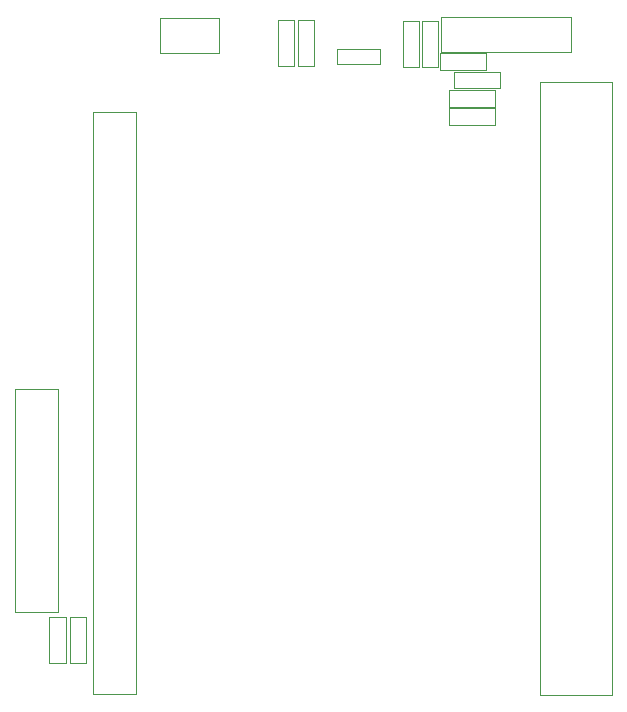
<source format=gbr>
G04 #@! TF.FileFunction,Other,User*
%FSLAX46Y46*%
G04 Gerber Fmt 4.6, Leading zero omitted, Abs format (unit mm)*
G04 Created by KiCad (PCBNEW 4.0.6-e0-6349~53~ubuntu16.04.1) date Tue Jul  4 14:56:25 2017*
%MOMM*%
%LPD*%
G01*
G04 APERTURE LIST*
%ADD10C,0.100000*%
%ADD11C,0.050000*%
G04 APERTURE END LIST*
D10*
D11*
X86450000Y-33100000D02*
X90050000Y-33100000D01*
X86450000Y-33100000D02*
X86450000Y-34400000D01*
X90050000Y-34400000D02*
X90050000Y-33100000D01*
X90050000Y-34400000D02*
X86450000Y-34400000D01*
X95250000Y-33400000D02*
X106250000Y-33400000D01*
X106250000Y-33400000D02*
X106250000Y-30400000D01*
X106250000Y-30400000D02*
X95250000Y-30400000D01*
X95250000Y-30400000D02*
X95250000Y-33400000D01*
X109750000Y-87800000D02*
X109750000Y-35950000D01*
X109750000Y-35950000D02*
X103600000Y-35950000D01*
X103600000Y-35950000D02*
X103600000Y-87800000D01*
X103600000Y-87800000D02*
X109750000Y-87800000D01*
X95890000Y-38150000D02*
X99800000Y-38150000D01*
X95890000Y-38150000D02*
X95890000Y-39550000D01*
X99800000Y-39550000D02*
X99800000Y-38150000D01*
X99800000Y-39550000D02*
X95890000Y-39550000D01*
X84500000Y-30690000D02*
X84500000Y-34600000D01*
X84500000Y-30690000D02*
X83100000Y-30690000D01*
X83100000Y-34600000D02*
X84500000Y-34600000D01*
X83100000Y-34600000D02*
X83100000Y-30690000D01*
X95890000Y-36600000D02*
X99800000Y-36600000D01*
X95890000Y-36600000D02*
X95890000Y-38000000D01*
X99800000Y-38000000D02*
X99800000Y-36600000D01*
X99800000Y-38000000D02*
X95890000Y-38000000D01*
X82810000Y-30680000D02*
X82810000Y-34590000D01*
X82810000Y-30680000D02*
X81410000Y-30680000D01*
X81410000Y-34590000D02*
X82810000Y-34590000D01*
X81410000Y-34590000D02*
X81410000Y-30680000D01*
X96340000Y-35050000D02*
X100250000Y-35050000D01*
X96340000Y-35050000D02*
X96340000Y-36450000D01*
X100250000Y-36450000D02*
X100250000Y-35050000D01*
X100250000Y-36450000D02*
X96340000Y-36450000D01*
X95000000Y-30740000D02*
X95000000Y-34650000D01*
X95000000Y-30740000D02*
X93600000Y-30740000D01*
X93600000Y-34650000D02*
X95000000Y-34650000D01*
X93600000Y-34650000D02*
X93600000Y-30740000D01*
X95140000Y-33500000D02*
X99050000Y-33500000D01*
X95140000Y-33500000D02*
X95140000Y-34900000D01*
X99050000Y-34900000D02*
X99050000Y-33500000D01*
X99050000Y-34900000D02*
X95140000Y-34900000D01*
X93390000Y-30740000D02*
X93390000Y-34650000D01*
X93390000Y-30740000D02*
X91990000Y-30740000D01*
X91990000Y-34650000D02*
X93390000Y-34650000D01*
X91990000Y-34650000D02*
X91990000Y-30740000D01*
X63800000Y-85110000D02*
X63800000Y-81200000D01*
X63800000Y-85110000D02*
X65200000Y-85110000D01*
X65200000Y-81200000D02*
X63800000Y-81200000D01*
X65200000Y-81200000D02*
X65200000Y-85110000D01*
X62100000Y-85110000D02*
X62100000Y-81200000D01*
X62100000Y-85110000D02*
X63500000Y-85110000D01*
X63500000Y-81200000D02*
X62100000Y-81200000D01*
X63500000Y-81200000D02*
X63500000Y-85110000D01*
X62800000Y-80800000D02*
X62800000Y-61950000D01*
X62800000Y-61950000D02*
X59200000Y-61950000D01*
X59200000Y-61950000D02*
X59200000Y-80800000D01*
X59200000Y-80800000D02*
X62800000Y-80800000D01*
X71450000Y-33500000D02*
X76450000Y-33500000D01*
X76450000Y-33500000D02*
X76450000Y-30500000D01*
X76450000Y-30500000D02*
X71450000Y-30500000D01*
X71450000Y-30500000D02*
X71450000Y-33500000D01*
X65800000Y-38450000D02*
X65800000Y-87750000D01*
X65800000Y-87750000D02*
X69400000Y-87750000D01*
X69400000Y-87750000D02*
X69400000Y-38450000D01*
X69400000Y-38450000D02*
X65800000Y-38450000D01*
M02*

</source>
